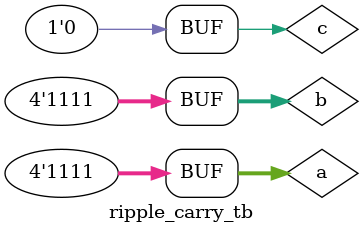
<source format=v>
module ripple_carry_tb;
reg [3:0]a;
reg[3:0]b;
reg c;
wire [3:0]sum;
wire carry;
ripple_carry uut(.a(a),.b(b),.c(c),.sum(sum),.carry(carry));
initial begin
$monitor($time,"sum=%b,carry=%b",sum,carry);
a=4'b1100;b=4'b1110;c=1'b0;#15;
a=4'b1111;b=4'b1111;c=1'b0;#15;
end

endmodule

</source>
